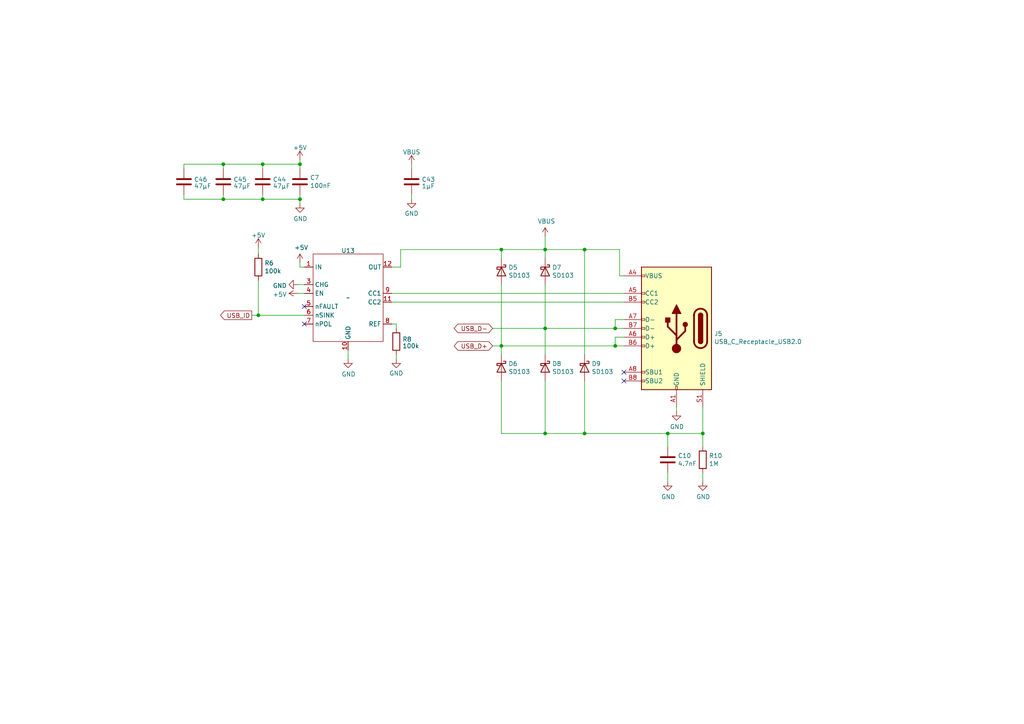
<source format=kicad_sch>
(kicad_sch (version 20230121) (generator eeschema)
  (paper "A4")
  (title_block (title "M2IDI - USB CORE") (date "2023-06-18") (rev "2.0") (company "GuavTek"))
  (lib_symbols
    (symbol "Connector:USB_C_Receptacle_USB2.0" (pin_names (offset 1.016))
      (property "Reference" "J" (at -10.16 19.05 0))
      (property "Value" "USB_C_Receptacle_USB2.0" (at 19.05 19.05 0))
      (symbol "USB_C_Receptacle_USB2.0_0_0"
        (rectangle (start -0.254 -17.78) (end 0.254 -16.764))
        (rectangle (start 10.16 -14.986) (end 9.144 -15.494))
        (rectangle (start 10.16 -12.446) (end 9.144 -12.954))
        (rectangle (start 10.16 -4.826) (end 9.144 -5.334))
        (rectangle (start 10.16 -2.286) (end 9.144 -2.794))
        (rectangle (start 10.16 0.254) (end 9.144 -0.254))
        (rectangle (start 10.16 2.794) (end 9.144 2.286))
        (rectangle (start 10.16 7.874) (end 9.144 7.366))
        (rectangle (start 10.16 10.414) (end 9.144 9.906))
        (rectangle (start 10.16 15.494) (end 9.144 14.986))
      )
      (symbol "USB_C_Receptacle_USB2.0_0_1"
        (rectangle (start -10.16 17.78) (end 10.16 -17.78) (stroke (width 0.254)) (fill (type background)))
        (arc (start -8.89 -3.81) (mid -6.985 -5.7067) (end -5.08 -3.81) (stroke (width 0.508)))
        (arc (start -7.62 -3.81) (mid -6.985 -4.4423) (end -6.35 -3.81) (stroke (width 0.254)))
        (arc (start -7.62 -3.81) (mid -6.985 -4.4423) (end -6.35 -3.81) (stroke (width 0.254)) (fill (type outline)))
        (rectangle (start -7.62 -3.81) (end -6.35 3.81) (stroke (width 0.254)) (fill (type outline)))
        (arc (start -6.35 3.81) (mid -6.985 4.4423) (end -7.62 3.81) (stroke (width 0.254)))
        (arc (start -6.35 3.81) (mid -6.985 4.4423) (end -7.62 3.81) (stroke (width 0.254)) (fill (type outline)))
        (arc (start -5.08 3.81) (mid -6.985 5.7067) (end -8.89 3.81) (stroke (width 0.508)))
        (circle (center -2.54 1.143) (radius 0.635) (stroke (width 0.254)) (fill (type outline)))
        (circle (center 0 -5.842) (radius 1.27) (fill (type outline)))
        (polyline (pts (xy -8.89 -3.81) (xy -8.89 3.81)) (stroke (width 0.508)))
        (polyline (pts (xy -5.08 3.81) (xy -5.08 -3.81)) (stroke (width 0.508)))
        (polyline (pts (xy 0 -5.842) (xy 0 4.318)) (stroke (width 0.508)))
        (polyline (pts (xy 0 -3.302) (xy -2.54 -0.762) (xy -2.54 0.508)) (stroke (width 0.508)))
        (polyline (pts (xy 0 -2.032) (xy 2.54 0.508) (xy 2.54 1.778)) (stroke (width 0.508)))
        (polyline (pts (xy -1.27 4.318) (xy 0 6.858) (xy 1.27 4.318) (xy -1.27 4.318)) (stroke (width 0.254)) (fill (type outline)))
        (rectangle (start 1.905 1.778) (end 3.175 3.048) (stroke (width 0.254)) (fill (type outline)))
      )
      (symbol "USB_C_Receptacle_USB2.0_1_1"
        (pin passive line (at 0 -22.86 90) (length 5.08) (name "GND") (number "A1"))
        (pin passive line (at 0 -22.86 90) (length 5.08) hide (name "GND") (number "A12"))
        (pin passive line (at 15.24 15.24 180) (length 5.08) (name "VBUS") (number "A4"))
        (pin bidirectional line (at 15.24 10.16 180) (length 5.08) (name "CC1") (number "A5"))
        (pin bidirectional line (at 15.24 -2.54 180) (length 5.08) (name "D+") (number "A6"))
        (pin bidirectional line (at 15.24 2.54 180) (length 5.08) (name "D-") (number "A7"))
        (pin bidirectional line (at 15.24 -12.7 180) (length 5.08) (name "SBU1") (number "A8"))
        (pin passive line (at 15.24 15.24 180) (length 5.08) hide (name "VBUS") (number "A9"))
        (pin passive line (at 0 -22.86 90) (length 5.08) hide (name "GND") (number "B1"))
        (pin passive line (at 0 -22.86 90) (length 5.08) hide (name "GND") (number "B12"))
        (pin passive line (at 15.24 15.24 180) (length 5.08) hide (name "VBUS") (number "B4"))
        (pin bidirectional line (at 15.24 7.62 180) (length 5.08) (name "CC2") (number "B5"))
        (pin bidirectional line (at 15.24 -5.08 180) (length 5.08) (name "D+") (number "B6"))
        (pin bidirectional line (at 15.24 0 180) (length 5.08) (name "D-") (number "B7"))
        (pin bidirectional line (at 15.24 -15.24 180) (length 5.08) (name "SBU2") (number "B8"))
        (pin passive line (at 15.24 15.24 180) (length 5.08) hide (name "VBUS") (number "B9"))
        (pin passive line (at -7.62 -22.86 90) (length 5.08) (name "SHIELD") (number "S1"))
      )
    )
    (symbol "Custom_Sym:TPS25820"
      (property "Reference" "U" (at 0 0 0))
      (symbol "TPS25820_0_1"
        (rectangle (start -10.16 12.7) (end 10.16 -12.7))
      )
      (symbol "TPS25820_1_1"
        (pin power_in line (at -12.7 8.89 0) (length 2.54) (name "IN") (number "1"))
        (pin passive line (at 0 -15.24 90) (length 2.54) (name "GND") (number "10"))
        (pin bidirectional line (at 12.7 -1.27 180) (length 2.54) (name "CC2") (number "11"))
        (pin power_out line (at 12.7 8.89 180) (length 2.54) (name "OUT") (number "12"))
        (pin passive line (at 0 -15.24 90) (length 2.54) hide (name "EP") (number "13"))
        (pin power_in line (at -12.7 8.89 0) (length 2.54) hide (name "IN") (number "2"))
        (pin input line (at -12.7 3.81 0) (length 2.54) (name "CHG") (number "3"))
        (pin input line (at -12.7 1.27 0) (length 2.54) (name "EN") (number "4"))
        (pin output line (at -12.7 -2.54 0) (length 2.54) (name "nFAULT") (number "5"))
        (pin output line (at -12.7 -5.08 0) (length 2.54) (name "nSINK") (number "6"))
        (pin output line (at -12.7 -7.62 0) (length 2.54) (name "nPOL") (number "7"))
        (pin input line (at 12.7 -7.62 180) (length 2.54) (name "REF") (number "8"))
        (pin bidirectional line (at 12.7 1.27 180) (length 2.54) (name "CC1") (number "9"))
      )
    )
    (symbol "Device:C" (pin_numbers hide) (pin_names (offset 0.254))
      (property "Reference" "C" (at 0.635 2.54 0))
      (property "Value" "C" (at 0.635 -2.54 0))
      (symbol "C_0_1"
        (polyline (pts (xy -2.032 -0.762) (xy 2.032 -0.762)) (stroke (width 0.508)))
        (polyline (pts (xy -2.032 0.762) (xy 2.032 0.762)) (stroke (width 0.508)))
      )
      (symbol "C_1_1"
        (pin passive line (at 0 3.81 270) (length 2.794) (name "~") (number "1"))
        (pin passive line (at 0 -3.81 90) (length 2.794) (name "~") (number "2"))
      )
    )
    (symbol "Device:D_Schottky" (pin_numbers hide) (pin_names (offset 1.016) hide)
      (property "Reference" "D" (at 0 2.54 0))
      (property "Value" "D_Schottky" (at 0 -2.54 0))
      (symbol "D_Schottky_0_1"
        (polyline (pts (xy 1.27 0) (xy -1.27 0)))
        (polyline (pts (xy 1.27 1.27) (xy 1.27 -1.27) (xy -1.27 0) (xy 1.27 1.27)) (stroke (width 0.254)))
        (polyline (pts (xy -1.905 0.635) (xy -1.905 1.27) (xy -1.27 1.27) (xy -1.27 -1.27) (xy -0.635 -1.27) (xy -0.635 -0.635)) (stroke (width 0.254)))
      )
      (symbol "D_Schottky_1_1"
        (pin passive line (at -3.81 0 0) (length 2.54) (name "K") (number "1"))
        (pin passive line (at 3.81 0 180) (length 2.54) (name "A") (number "2"))
      )
    )
    (symbol "Device:R" (pin_numbers hide) (pin_names (offset 0))
      (property "Reference" "R" (at 2.032 0 90))
      (property "Value" "R" (at 0 0 90))
      (symbol "R_0_1"
        (rectangle (start -1.016 -2.54) (end 1.016 2.54) (stroke (width 0.254)))
      )
      (symbol "R_1_1"
        (pin passive line (at 0 3.81 270) (length 1.27) (name "~") (number "1"))
        (pin passive line (at 0 -3.81 90) (length 1.27) (name "~") (number "2"))
      )
    )
    (symbol "power:+5V" (power) (pin_names (offset 0))
      (property "Value" "+5V" (at 0 3.556 0))
      (symbol "+5V_0_1"
        (polyline (pts (xy -0.762 1.27) (xy 0 2.54)))
        (polyline (pts (xy 0 0) (xy 0 2.54)))
        (polyline (pts (xy 0 2.54) (xy 0.762 1.27)))
      )
      (symbol "+5V_1_1"
        (pin power_in line (at 0 0 90) (length 0) hide (name "+5V") (number "1"))
      )
    )
    (symbol "power:GND" (power) (pin_names (offset 0))
      (property "Value" "GND" (at 0 -3.81 0))
      (symbol "GND_0_1"
        (polyline (pts (xy 0 0) (xy 0 -1.27) (xy 1.27 -1.27) (xy 0 -2.54) (xy -1.27 -1.27) (xy 0 -1.27)))
      )
      (symbol "GND_1_1"
        (pin power_in line (at 0 0 270) (length 0) hide (name "GND") (number "1"))
      )
    )
    (symbol "power:VBUS" (power) (pin_names (offset 0))
      (property "Value" "VBUS" (at 0 3.81 0))
      (symbol "VBUS_0_1"
        (polyline (pts (xy -0.762 1.27) (xy 0 2.54)))
        (polyline (pts (xy 0 0) (xy 0 2.54)))
        (polyline (pts (xy 0 2.54) (xy 0.762 1.27)))
      )
      (symbol "VBUS_1_1"
        (pin power_in line (at 0 0 90) (length 0) hide (name "VBUS") (number "1"))
      )
    )
  )
  (junction (at 86.995 57.785))
  (junction (at 74.93 91.44))
  (junction (at 158.115 125.73))
  (junction (at 64.77 57.785))
  (junction (at 178.435 100.33))
  (junction (at 169.545 125.73))
  (junction (at 178.435 95.25))
  (junction (at 203.835 125.73))
  (junction (at 64.77 47.625))
  (junction (at 76.2 47.625))
  (junction (at 158.115 72.39))
  (junction (at 86.995 47.625))
  (junction (at 193.675 125.73))
  (junction (at 158.115 95.25))
  (junction (at 169.545 72.39))
  (junction (at 76.2 57.785))
  (junction (at 145.415 100.33))
  (junction (at 145.415 72.39))
  (no_connect (at 180.975 110.49))
  (no_connect (at 180.975 107.95))
  (no_connect (at 88.265 88.9))
  (no_connect (at 88.265 93.98))
  (wire (pts (xy 114.935 93.98) (xy 114.935 95.25)))
  (wire (pts (xy 145.415 110.49) (xy 145.415 125.73)))
  (wire (pts (xy 74.93 71.755) (xy 74.93 73.66)))
  (wire (pts (xy 145.415 100.33) (xy 145.415 102.87)))
  (wire (pts (xy 74.93 91.44) (xy 88.265 91.44)))
  (wire (pts (xy 76.2 57.785) (xy 86.995 57.785)))
  (wire (pts (xy 158.115 110.49) (xy 158.115 125.73)))
  (wire (pts (xy 116.205 72.39) (xy 145.415 72.39)))
  (wire (pts (xy 178.435 97.79) (xy 178.435 100.33)))
  (wire (pts (xy 113.665 93.98) (xy 114.935 93.98)))
  (wire (pts (xy 179.705 80.01) (xy 180.975 80.01)))
  (wire (pts (xy 76.2 56.515) (xy 76.2 57.785)))
  (wire (pts (xy 145.415 82.55) (xy 145.415 100.33)))
  (wire (pts (xy 180.975 92.71) (xy 178.435 92.71)))
  (wire (pts (xy 119.38 47.625) (xy 119.38 48.895)))
  (wire (pts (xy 64.77 47.625) (xy 64.77 48.895)))
  (wire (pts (xy 158.115 95.25) (xy 158.115 82.55)))
  (wire (pts (xy 86.995 56.515) (xy 86.995 57.785)))
  (wire (pts (xy 180.975 97.79) (xy 178.435 97.79)))
  (wire (pts (xy 196.215 118.11) (xy 196.215 119.38)))
  (wire (pts (xy 169.545 102.87) (xy 169.545 72.39)))
  (wire (pts (xy 145.415 100.33) (xy 142.875 100.33)))
  (wire (pts (xy 169.545 72.39) (xy 158.115 72.39)))
  (wire (pts (xy 158.115 72.39) (xy 158.115 74.93)))
  (wire (pts (xy 158.115 72.39) (xy 145.415 72.39)))
  (wire (pts (xy 53.34 57.785) (xy 64.77 57.785)))
  (wire (pts (xy 203.835 125.73) (xy 203.835 118.11)))
  (wire (pts (xy 178.435 100.33) (xy 145.415 100.33)))
  (wire (pts (xy 64.77 47.625) (xy 53.34 47.625)))
  (wire (pts (xy 145.415 72.39) (xy 145.415 74.93)))
  (wire (pts (xy 53.34 47.625) (xy 53.34 48.895)))
  (wire (pts (xy 76.2 47.625) (xy 76.2 48.895)))
  (wire (pts (xy 119.38 56.515) (xy 119.38 57.785)))
  (wire (pts (xy 64.77 56.515) (xy 64.77 57.785)))
  (wire (pts (xy 169.545 72.39) (xy 179.705 72.39)))
  (wire (pts (xy 76.2 47.625) (xy 64.77 47.625)))
  (wire (pts (xy 169.545 125.73) (xy 193.675 125.73)))
  (wire (pts (xy 193.675 129.54) (xy 193.675 125.73)))
  (wire (pts (xy 74.93 81.28) (xy 74.93 91.44)))
  (wire (pts (xy 116.205 77.47) (xy 116.205 72.39)))
  (wire (pts (xy 114.935 102.87) (xy 114.935 104.14)))
  (wire (pts (xy 113.665 77.47) (xy 116.205 77.47)))
  (wire (pts (xy 178.435 95.25) (xy 180.975 95.25)))
  (wire (pts (xy 145.415 125.73) (xy 158.115 125.73)))
  (wire (pts (xy 86.995 76.2) (xy 86.995 77.47)))
  (wire (pts (xy 158.115 102.87) (xy 158.115 95.25)))
  (wire (pts (xy 86.36 82.55) (xy 88.265 82.55)))
  (wire (pts (xy 86.995 47.625) (xy 76.2 47.625)))
  (wire (pts (xy 53.34 56.515) (xy 53.34 57.785)))
  (wire (pts (xy 158.115 68.58) (xy 158.115 72.39)))
  (wire (pts (xy 86.995 77.47) (xy 88.265 77.47)))
  (wire (pts (xy 113.665 85.09) (xy 180.975 85.09)))
  (wire (pts (xy 178.435 100.33) (xy 180.975 100.33)))
  (wire (pts (xy 86.995 46.355) (xy 86.995 47.625)))
  (wire (pts (xy 203.835 129.54) (xy 203.835 125.73)))
  (wire (pts (xy 158.115 95.25) (xy 142.875 95.25)))
  (wire (pts (xy 86.995 57.785) (xy 86.995 59.055)))
  (wire (pts (xy 100.965 104.14) (xy 100.965 101.6)))
  (wire (pts (xy 158.115 125.73) (xy 169.545 125.73)))
  (wire (pts (xy 179.705 72.39) (xy 179.705 80.01)))
  (wire (pts (xy 73.025 91.44) (xy 74.93 91.44)))
  (wire (pts (xy 86.995 47.625) (xy 86.995 48.895)))
  (wire (pts (xy 178.435 95.25) (xy 158.115 95.25)))
  (wire (pts (xy 86.36 85.09) (xy 88.265 85.09)))
  (wire (pts (xy 203.835 139.7) (xy 203.835 137.16)))
  (wire (pts (xy 180.975 87.63) (xy 113.665 87.63)))
  (wire (pts (xy 64.77 57.785) (xy 76.2 57.785)))
  (wire (pts (xy 169.545 110.49) (xy 169.545 125.73)))
  (wire (pts (xy 178.435 92.71) (xy 178.435 95.25)))
  (wire (pts (xy 193.675 125.73) (xy 203.835 125.73)))
  (wire (pts (xy 193.675 139.7) (xy 193.675 137.16)))
  (global_label "USB_ID" (shape output) (at 73.025 91.44 180) (property "Intersheetrefs" "${INTERSHEET_REFS}" (effects hide)))
  (global_label "USB_D-" (shape bidirectional) (at 142.875 95.25 180) (property "Intersheetrefs" "${INTERSHEET_REFS}" (effects hide)))
  (global_label "USB_D+" (shape bidirectional) (at 142.875 100.33 180) (property "Intersheetrefs" "${INTERSHEET_REFS}" (effects hide)))
  (symbol (lib_id "power:+5V") (at 86.995 76.2 0) (unit 1)
    (property "Reference" "#PWR0113" (effects hide))
    (property "Value" "+5V" (at 87.376 71.8058 0))
  )
  (symbol (lib_id "Device:C") (at 86.995 52.705 0) (unit 1)
    (property "Reference" "C7" (at 89.916 51.5366 0) (effects (justify left)))
    (property "Value" "100nF" (at 89.916 53.848 0) (effects (justify left)))
    (property "Footprint" "Capacitor_SMD:C_0603_1608Metric" (effects hide))
  )
  (symbol (lib_id "power:GND") (at 86.995 59.055 0) (unit 1)
    (property "Reference" "#PWR0114" (effects hide))
    (property "Value" "GND" (at 87.122 63.4492 0))
  )
  (symbol (lib_id "power:GND") (at 100.965 104.14 0) (unit 1)
    (property "Reference" "#PWR0115" (effects hide))
    (property "Value" "GND" (at 101.092 108.5342 0))
  )
  (symbol (lib_id "Device:R") (at 74.93 77.47 0) (unit 1)
    (property "Reference" "R6" (at 76.708 76.3016 0) (effects (justify left)))
    (property "Value" "100k" (at 76.708 78.613 0) (effects (justify left)))
    (property "Footprint" "Resistor_SMD:R_0603_1608Metric" (effects hide))
  )
  (symbol (lib_id "Connector:USB_C_Receptacle_USB2.0") (at 196.215 95.25 0) (mirror y) (unit 1)
    (property "Reference" "J5" (at 207.137 96.7994 0) (effects (justify right)))
    (property "Value" "USB_C_Receptacle_USB2.0" (at 207.137 99.1108 0) (effects (justify right)))
    (property "Footprint" "Connector_USB:USB_C_Receptacle_HRO_TYPE-C-31-M-12" (effects hide))
    (property "Datasheet" "https://www.usb.org/sites/default/files/documents/usb_type-c.zip" (effects hide))
  )
  (symbol (lib_id "power:VBUS") (at 158.115 68.58 0) (unit 1)
    (property "Reference" "#PWR0119" (effects hide))
    (property "Value" "VBUS" (at 158.496 64.1858 0))
  )
  (symbol (lib_id "power:GND") (at 196.215 119.38 0) (unit 1)
    (property "Reference" "#PWR0120" (effects hide))
    (property "Value" "GND" (at 196.342 123.7742 0))
  )
  (symbol (lib_id "Device:D_Schottky") (at 158.115 106.68 270) (unit 1)
    (property "Reference" "D8" (at 160.147 105.5116 90) (effects (justify left)))
    (property "Value" "SD103" (at 160.147 107.823 90) (effects (justify left)))
    (property "Footprint" "Diode_SMD:D_SOD-323_HandSoldering" (effects hide))
  )
  (symbol (lib_id "Device:D_Schottky") (at 145.415 106.68 270) (unit 1)
    (property "Reference" "D6" (at 147.447 105.5116 90) (effects (justify left)))
    (property "Value" "SD103" (at 147.447 107.823 90) (effects (justify left)))
    (property "Footprint" "Diode_SMD:D_SOD-323_HandSoldering" (effects hide))
  )
  (symbol (lib_id "Device:D_Schottky") (at 145.415 78.74 270) (unit 1)
    (property "Reference" "D5" (at 147.447 77.5716 90) (effects (justify left)))
    (property "Value" "SD103" (at 147.447 79.883 90) (effects (justify left)))
    (property "Footprint" "Diode_SMD:D_SOD-323_HandSoldering" (effects hide))
  )
  (symbol (lib_id "Device:D_Schottky") (at 158.115 78.74 270) (unit 1)
    (property "Reference" "D7" (at 160.147 77.5716 90) (effects (justify left)))
    (property "Value" "SD103" (at 160.147 79.883 90) (effects (justify left)))
    (property "Footprint" "Diode_SMD:D_SOD-323_HandSoldering" (effects hide))
  )
  (symbol (lib_id "Device:D_Schottky") (at 169.545 106.68 270) (unit 1)
    (property "Reference" "D9" (at 171.577 105.5116 90) (effects (justify left)))
    (property "Value" "SD103" (at 171.577 107.823 90) (effects (justify left)))
    (property "Footprint" "Diode_SMD:D_SOD-323_HandSoldering" (effects hide))
  )
  (symbol (lib_id "Device:R") (at 203.835 133.35 0) (unit 1)
    (property "Reference" "R10" (at 205.613 132.1816 0) (effects (justify left)))
    (property "Value" "1M" (at 205.613 134.493 0) (effects (justify left)))
    (property "Footprint" "Resistor_SMD:R_0603_1608Metric" (effects hide))
  )
  (symbol (lib_id "Device:C") (at 193.675 133.35 0) (unit 1)
    (property "Reference" "C10" (at 196.596 132.1816 0) (effects (justify left)))
    (property "Value" "4.7nF" (at 196.596 134.493 0) (effects (justify left)))
    (property "Footprint" "Capacitor_SMD:C_0603_1608Metric" (effects hide))
  )
  (symbol (lib_id "power:GND") (at 203.835 139.7 0) (unit 1)
    (property "Reference" "#PWR0128" (effects hide))
    (property "Value" "GND" (at 203.962 144.0942 0))
  )
  (symbol (lib_id "power:GND") (at 193.675 139.7 0) (unit 1)
    (property "Reference" "#PWR0129" (effects hide))
    (property "Value" "GND" (at 193.802 144.0942 0))
  )
  (symbol (lib_id "power:GND") (at 86.36 82.55 270) (unit 1)
    (property "Reference" "#PWR037" (effects hide))
    (property "Value" "GND" (at 83.1851 82.8668 90) (effects (justify right)))
  )
  (symbol (lib_id "Device:R") (at 114.935 99.06 0) (unit 1)
    (property "Reference" "R8" (at 116.713 98.4163 0) (effects (justify left)))
    (property "Value" "100k" (at 116.713 100.3373 0) (effects (justify left)))
    (property "Footprint" "Resistor_SMD:R_0603_1608Metric" (effects hide))
  )
  (symbol (lib_id "Device:C") (at 64.77 52.705 0) (unit 1)
    (property "Reference" "C45" (at 67.691 52.0613 0) (effects (justify left)))
    (property "Value" "47µF" (at 67.691 53.9823 0) (effects (justify left)))
    (property "Footprint" "Capacitor_SMD:C_1210_3225Metric" (effects hide))
  )
  (symbol (lib_id "power:GND") (at 119.38 57.785 0) (unit 1)
    (property "Reference" "#PWR033" (effects hide))
    (property "Value" "GND" (at 119.38 61.9205 0))
  )
  (symbol (lib_id "Custom_Sym:TPS25820") (at 100.965 86.36 0) (unit 1)
    (property "Reference" "U13" (at 100.965 72.6981 0))
    (property "Value" "~" (at 100.965 86.36 0))
    (property "Footprint" "Package_SON:WSON-12-1EP_3x2mm_P0.5mm_EP1x2.65" (effects hide))
  )
  (symbol (lib_id "Device:C") (at 53.34 52.705 0) (unit 1)
    (property "Reference" "C46" (at 56.261 52.0613 0) (effects (justify left)))
    (property "Value" "47µF" (at 56.261 53.9823 0) (effects (justify left)))
    (property "Footprint" "Capacitor_SMD:C_1210_3225Metric" (effects hide))
  )
  (symbol (lib_id "power:+5V") (at 86.995 46.355 0) (unit 1)
    (property "Reference" "#PWR036" (effects hide))
    (property "Value" "+5V" (at 86.995 42.8531 0))
  )
  (symbol (lib_id "power:GND") (at 114.935 104.14 0) (unit 1)
    (property "Reference" "#PWR032" (effects hide))
    (property "Value" "GND" (at 114.935 108.2755 0))
  )
  (symbol (lib_id "Device:C") (at 119.38 52.705 0) (unit 1)
    (property "Reference" "C43" (at 122.301 52.0613 0) (effects (justify left)))
    (property "Value" "1µF" (at 122.301 53.9823 0) (effects (justify left)))
    (property "Footprint" "Capacitor_SMD:C_0603_1608Metric" (effects hide))
  )
  (symbol (lib_id "power:+5V") (at 74.93 71.755 0) (unit 1)
    (property "Reference" "#PWR035" (effects hide))
    (property "Value" "+5V" (at 74.93 68.2531 0))
  )
  (symbol (lib_id "Device:C") (at 76.2 52.705 0) (unit 1)
    (property "Reference" "C44" (at 79.121 52.0613 0) (effects (justify left)))
    (property "Value" "47µF" (at 79.121 53.9823 0) (effects (justify left)))
    (property "Footprint" "Capacitor_SMD:C_1210_3225Metric" (effects hide))
  )
  (symbol (lib_id "power:+5V") (at 86.36 85.09 90) (unit 1)
    (property "Reference" "#PWR038" (effects hide))
    (property "Value" "+5V" (at 83.1851 85.4068 90) (effects (justify left)))
  )
  (symbol (lib_id "power:VBUS") (at 119.38 47.625 0) (unit 1)
    (property "Reference" "#PWR034" (effects hide))
    (property "Value" "VBUS" (at 119.38 44.1231 0))
  )
)
</source>
